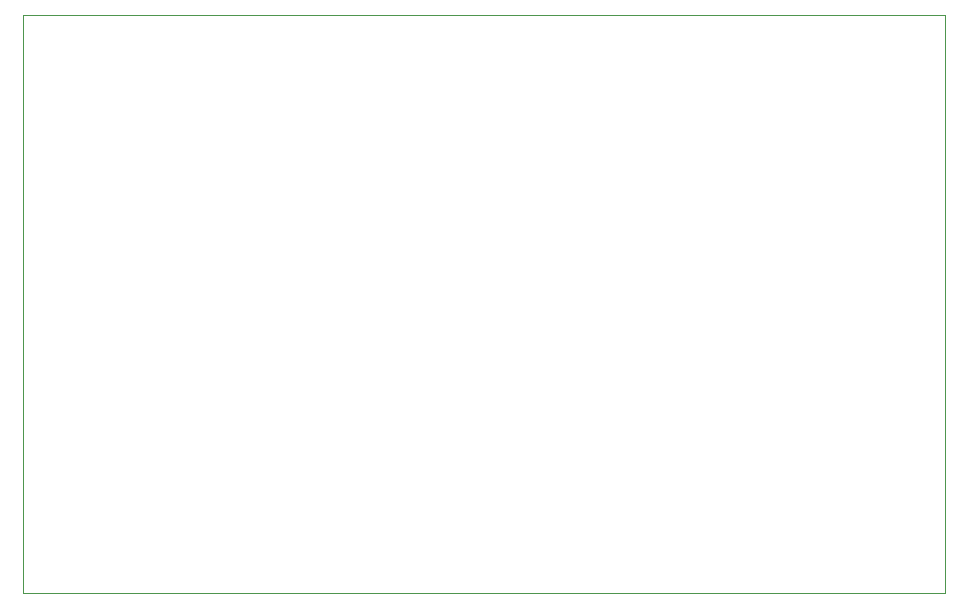
<source format=gbr>
%TF.GenerationSoftware,KiCad,Pcbnew,9.0.1*%
%TF.CreationDate,2025-04-21T23:45:22+05:30*%
%TF.ProjectId,L-1,4c2d312e-6b69-4636-9164-5f7063625858,rev?*%
%TF.SameCoordinates,Original*%
%TF.FileFunction,Profile,NP*%
%FSLAX46Y46*%
G04 Gerber Fmt 4.6, Leading zero omitted, Abs format (unit mm)*
G04 Created by KiCad (PCBNEW 9.0.1) date 2025-04-21 23:45:22*
%MOMM*%
%LPD*%
G01*
G04 APERTURE LIST*
%TA.AperFunction,Profile*%
%ADD10C,0.038100*%
%TD*%
G04 APERTURE END LIST*
D10*
X149000000Y-57000000D02*
X150000000Y-57000000D01*
X150000000Y-106000000D02*
X150000000Y-57000000D01*
X72000000Y-57000000D02*
X72000000Y-58000000D01*
X149000000Y-57000000D02*
X72000000Y-57000000D01*
X72000000Y-106000000D02*
X150000000Y-106000000D01*
X72000000Y-58000000D02*
X72000000Y-106000000D01*
M02*

</source>
